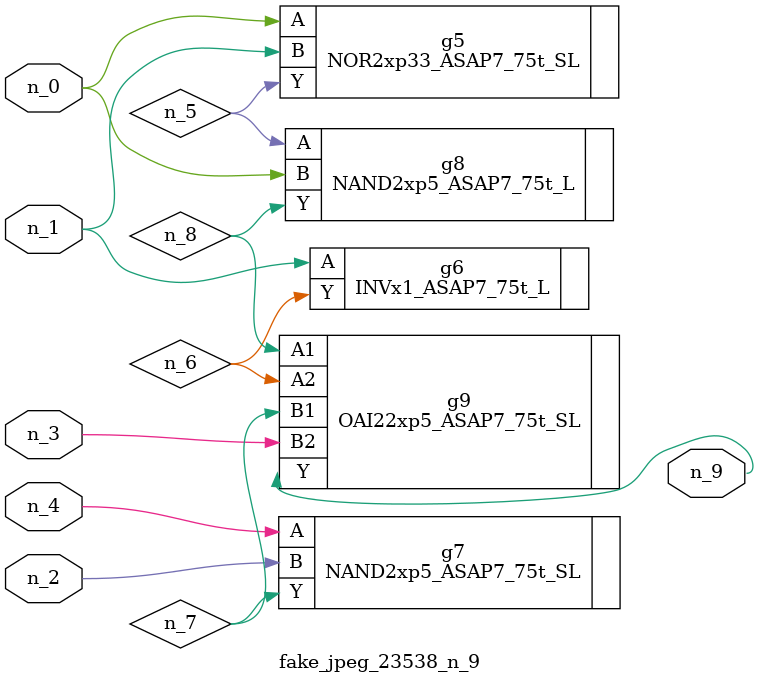
<source format=v>
module fake_jpeg_23538_n_9 (n_3, n_2, n_1, n_0, n_4, n_9);

input n_3;
input n_2;
input n_1;
input n_0;
input n_4;

output n_9;

wire n_8;
wire n_6;
wire n_5;
wire n_7;

NOR2xp33_ASAP7_75t_SL g5 ( 
.A(n_0),
.B(n_1),
.Y(n_5)
);

INVx1_ASAP7_75t_L g6 ( 
.A(n_1),
.Y(n_6)
);

NAND2xp5_ASAP7_75t_SL g7 ( 
.A(n_4),
.B(n_2),
.Y(n_7)
);

NAND2xp5_ASAP7_75t_L g8 ( 
.A(n_5),
.B(n_0),
.Y(n_8)
);

OAI22xp5_ASAP7_75t_SL g9 ( 
.A1(n_8),
.A2(n_6),
.B1(n_7),
.B2(n_3),
.Y(n_9)
);


endmodule
</source>
